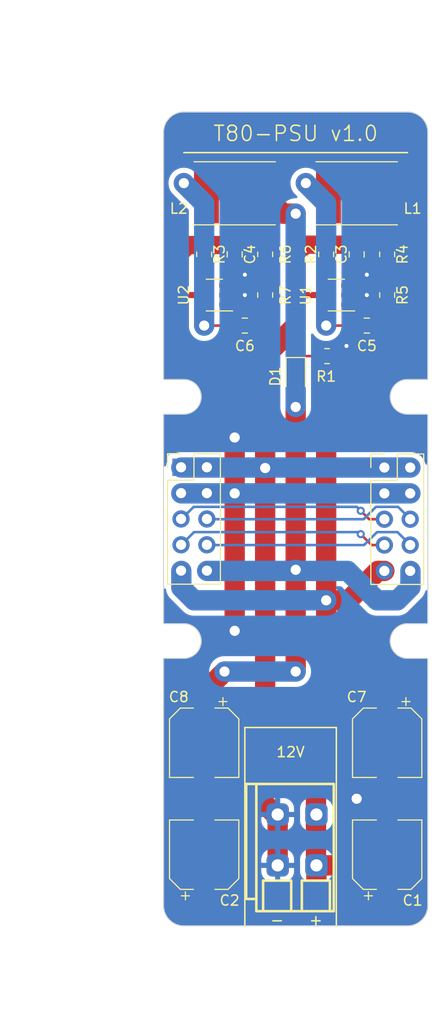
<source format=kicad_pcb>
(kicad_pcb (version 20220914) (generator pcbnew)
  (layers (0 "F.Cu" signal) (31 "B.Cu" signal) (34 "B.Paste" user) (35 "F.Paste" user) (36 "B.SilkS" user "B.Silkscreen") (37 "F.SilkS" user "F.Silkscreen") (38 "B.Mask" user) (39 "F.Mask" user) (44 "Edge.Cuts" user))
  (net 0 "")
  (net 1 "/SCL")
  (net 2 "/SDA")
  (net 3 "/RST")
  (net 4 "/IRQ")
  (net 5 "/PWR_LINE_12V")
  (net 6 "/PWR_LINE_GND")
  (net 7 "/PWR_LINE_5V")
  (net 8 "/PWR_LINE_3V3")
  (net 9 "+12V")
  (net 10 "+5V")
  (net 11 "+3V3")
  (net 12 "GND")
  (net 13 "Net-(U1-BST)")
  (net 14 "Net-(U1-LX)")
  (net 15 "Net-(U2-BST)")
  (net 16 "Net-(U2-LX)")
  (net 17 "Net-(D1-K)")
  (net 18 "Net-(U1-SHDN)")
  (net 19 "Net-(U2-SHDN)")
  (net 20 "Net-(U1-FB)")
  (net 21 "Net-(U2-FB)")
  (footprint "Capacitor_SMD:C_0805_2012Metric" (layer "F.Cu") (at 92 74 90)
    (fp_text reference "C4" (at 0 1.5 90) (layer "F.SilkS"))
    (fp_text value "100n")
    (fp_line (start -0.261252 -0.735) (end 0.261252 -0.735) (stroke (width 0.12)) (layer "F.SilkS"))
    (fp_line (start -0.261252 0.735) (end 0.261252 0.735) (stroke (width 0.12)) (layer "F.SilkS"))
    (pad "1" smd roundrect (at -0.95 0 90) (size 1 1.45) (layers "F.Cu" "F.Paste" "F.Mask") (net 12 "GND"))
    (pad "2" smd roundrect (at 0.95 0 90) (size 1 1.45) (layers "F.Cu" "F.Paste" "F.Mask") (net 9 "+12V"))
  )
  (footprint "Drake:CKCS6028" (layer "F.Cu") (at 104 68)
    (fp_text reference "L1" (at 5.5 1.5) (layer "F.SilkS"))
    (fp_text value "6.8uH")
    (fp_line (start -4 -3.1) (end 4 -3.1) (stroke (width 0.12)) (layer "F.SilkS"))
    (fp_line (start -4 3.1) (end 4 3.1) (stroke (width 0.12)) (layer "F.SilkS"))
    (pad "1" smd rect (at -2.775 0) (size 2.45 5.9) (layers "F.Cu" "F.Paste" "F.Mask") (net 14 "Net-(U1-LX)"))
    (pad "2" smd rect (at 2.775 0) (size 2.45 5.9) (layers "F.Cu" "F.Paste" "F.Mask") (net 10 "+5V"))
  )
  (footprint "Connector_PinHeader_2.54mm:PinHeader_2x05_P2.54mm_Vertical" (layer "F.Cu") (at 106.725 94.95)
    (fp_text reference "X2" hide)
    (fp_text value "~")
    (fp_line (start -1.33 -1.33) (end 0 -1.33) (stroke (width 0.12)) (layer "F.SilkS"))
    (fp_line (start -1.33 0) (end -1.33 -1.33) (stroke (width 0.12)) (layer "F.SilkS"))
    (fp_line (start -1.33 1.27) (end -1.33 11.49) (stroke (width 0.12)) (layer "F.SilkS"))
    (fp_line (start -1.33 1.27) (end 1.27 1.27) (stroke (width 0.12)) (layer "F.SilkS"))
    (fp_line (start -1.33 11.49) (end 3.87 11.49) (stroke (width 0.12)) (layer "F.SilkS"))
    (fp_line (start 1.27 -1.33) (end 3.87 -1.33) (stroke (width 0.12)) (layer "F.SilkS"))
    (fp_line (start 1.27 1.27) (end 1.27 -1.33) (stroke (width 0.12)) (layer "F.SilkS"))
    (fp_line (start 3.87 -1.33) (end 3.87 11.49) (stroke (width 0.12)) (layer "F.SilkS"))
    (pad "1" thru_hole rect locked (at 0 0) (size 1.7 1.7) (drill 1) (layers *.Cu *.Mask) (net 5 "/PWR_LINE_12V"))
    (pad "2" thru_hole oval locked (at 2.54 0) (size 1.7 1.7) (drill 1) (layers *.Cu *.Mask) (net 5 "/PWR_LINE_12V"))
    (pad "3" thru_hole oval locked (at 0 2.54) (size 1.7 1.7) (drill 1) (layers *.Cu *.Mask) (net 6 "/PWR_LINE_GND"))
    (pad "4" thru_hole oval locked (at 2.54 2.54) (size 1.7 1.7) (drill 1) (layers *.Cu *.Mask) (net 6 "/PWR_LINE_GND"))
    (pad "5" thru_hole oval locked (at 0 5.08) (size 1.7 1.7) (drill 1) (layers *.Cu *.Mask) (net 1 "/SCL"))
    (pad "6" thru_hole oval locked (at 2.54 5.08) (size 1.7 1.7) (drill 1) (layers *.Cu *.Mask) (net 2 "/SDA"))
    (pad "7" thru_hole oval locked (at 0 7.62) (size 1.7 1.7) (drill 1) (layers *.Cu *.Mask) (net 3 "/RST"))
    (pad "8" thru_hole oval locked (at 2.54 7.62) (size 1.7 1.7) (drill 1) (layers *.Cu *.Mask) (net 4 "/IRQ"))
    (pad "9" thru_hole oval locked (at 0 10.16) (size 1.7 1.7) (drill 1) (layers *.Cu *.Mask) (net 7 "/PWR_LINE_5V"))
    (pad "10" thru_hole oval locked (at 2.54 10.16) (size 1.7 1.7) (drill 1) (layers *.Cu *.Mask) (net 8 "/PWR_LINE_3V3"))
  )
  (footprint "Resistor_SMD:R_0805_2012Metric" (layer "F.Cu") (at 107 74 90)
    (fp_text reference "R4" (at 0 1.5 90) (layer "F.SilkS"))
    (fp_text value "30.9k 1%")
    (fp_line (start -0.227064 -0.735) (end 0.227064 -0.735) (stroke (width 0.12)) (layer "F.SilkS"))
    (fp_line (start -0.227064 0.735) (end 0.227064 0.735) (stroke (width 0.12)) (layer "F.SilkS"))
    (pad "1" smd roundrect (at -0.9125 0 90) (size 1.025 1.4) (layers "F.Cu" "F.Paste" "F.Mask") (roundrect_rratio 0.243902) (net 20 "Net-(U1-FB)"))
    (pad "2" smd roundrect (at 0.9125 0 90) (size 1.025 1.4) (layers "F.Cu" "F.Paste" "F.Mask") (roundrect_rratio 0.243902) (net 10 "+5V"))
  )
  (footprint "Connector_PinHeader_2.54mm:PinHeader_2x05_P2.54mm_Vertical" (layer "F.Cu") (at 86.725 94.925)
    (fp_text reference "X1" hide)
    (fp_text value "~")
    (fp_line (start -1.33 -1.33) (end 0 -1.33) (stroke (width 0.12)) (layer "F.SilkS"))
    (fp_line (start -1.33 0) (end -1.33 -1.33) (stroke (width 0.12)) (layer "F.SilkS"))
    (fp_line (start -1.33 1.27) (end -1.33 11.49) (stroke (width 0.12)) (layer "F.SilkS"))
    (fp_line (start -1.33 1.27) (end 1.27 1.27) (stroke (width 0.12)) (layer "F.SilkS"))
    (fp_line (start -1.33 11.49) (end 3.87 11.49) (stroke (width 0.12)) (layer "F.SilkS"))
    (fp_line (start 1.27 -1.33) (end 3.87 -1.33) (stroke (width 0.12)) (layer "F.SilkS"))
    (fp_line (start 1.27 1.27) (end 1.27 -1.33) (stroke (width 0.12)) (layer "F.SilkS"))
    (fp_line (start 3.87 -1.33) (end 3.87 11.49) (stroke (width 0.12)) (layer "F.SilkS"))
    (pad "1" thru_hole rect locked (at 0 0) (size 1.7 1.7) (drill 1) (layers *.Cu *.Mask) (net 5 "/PWR_LINE_12V"))
    (pad "2" thru_hole oval locked (at 2.54 0) (size 1.7 1.7) (drill 1) (layers *.Cu *.Mask) (net 5 "/PWR_LINE_12V"))
    (pad "3" thru_hole oval locked (at 0 2.54) (size 1.7 1.7) (drill 1) (layers *.Cu *.Mask) (net 6 "/PWR_LINE_GND"))
    (pad "4" thru_hole oval locked (at 2.54 2.54) (size 1.7 1.7) (drill 1) (layers *.Cu *.Mask) (net 6 "/PWR_LINE_GND"))
    (pad "5" thru_hole oval locked (at 0 5.08) (size 1.7 1.7) (drill 1) (layers *.Cu *.Mask) (net 1 "/SCL"))
    (pad "6" thru_hole oval locked (at 2.54 5.08) (size 1.7 1.7) (drill 1) (layers *.Cu *.Mask) (net 2 "/SDA"))
    (pad "7" thru_hole oval locked (at 0 7.62) (size 1.7 1.7) (drill 1) (layers *.Cu *.Mask) (net 3 "/RST"))
    (pad "8" thru_hole oval locked (at 2.54 7.62) (size 1.7 1.7) (drill 1) (layers *.Cu *.Mask) (net 4 "/IRQ"))
    (pad "9" thru_hole oval locked (at 0 10.16) (size 1.7 1.7) (drill 1) (layers *.Cu *.Mask) (net 7 "/PWR_LINE_5V"))
    (pad "10" thru_hole oval locked (at 2.54 10.16) (size 1.7 1.7) (drill 1) (layers *.Cu *.Mask) (net 8 "/PWR_LINE_3V3"))
  )
  (footprint "Capacitor_SMD:C_0805_2012Metric" (layer "F.Cu") (at 93 81 180)
    (fp_text reference "C6" (at 0 -2) (layer "F.SilkS"))
    (fp_text value "100n")
    (fp_line (start -0.261252 -0.735) (end 0.261252 -0.735) (stroke (width 0.12)) (layer "F.SilkS"))
    (fp_line (start -0.261252 0.735) (end 0.261252 0.735) (stroke (width 0.12)) (layer "F.SilkS"))
    (pad "1" smd roundrect (at -0.95 0 180) (size 1 1.45) (layers "F.Cu" "F.Paste" "F.Mask") (net 15 "Net-(U2-BST)"))
    (pad "2" smd roundrect (at 0.95 0 180) (size 1 1.45) (layers "F.Cu" "F.Paste" "F.Mask") (net 16 "Net-(U2-LX)"))
  )
  (footprint "Resistor_SMD:R_0805_2012Metric" (layer "F.Cu") (at 89 74 90)
    (fp_text reference "R3" (at 0 1.5 90) (layer "F.SilkS"))
    (fp_text value "100k")
    (fp_line (start -0.227064 -0.735) (end 0.227064 -0.735) (stroke (width 0.12)) (layer "F.SilkS"))
    (fp_line (start -0.227064 0.735) (end 0.227064 0.735) (stroke (width 0.12)) (layer "F.SilkS"))
    (pad "1" smd roundrect (at -0.9125 0 90) (size 1.025 1.4) (layers "F.Cu" "F.Paste" "F.Mask") (roundrect_rratio 0.243902) (net 19 "Net-(U2-SHDN)"))
    (pad "2" smd roundrect (at 0.9125 0 90) (size 1.025 1.4) (layers "F.Cu" "F.Paste" "F.Mask") (roundrect_rratio 0.243902) (net 9 "+12V"))
  )
  (footprint "Resistor_SMD:R_0805_2012Metric" (layer "F.Cu") (at 95 78 90)
    (fp_text reference "R7" (at 0 2 90) (layer "F.SilkS"))
    (fp_text value "6.65k 1%")
    (fp_line (start -0.227064 -0.735) (end 0.227064 -0.735) (stroke (width 0.12)) (layer "F.SilkS"))
    (fp_line (start -0.227064 0.735) (end 0.227064 0.735) (stroke (width 0.12)) (layer "F.SilkS"))
    (pad "1" smd roundrect (at -0.9125 0 90) (size 1.025 1.4) (layers "F.Cu" "F.Paste" "F.Mask") (roundrect_rratio 0.243902) (net 12 "GND"))
    (pad "2" smd roundrect (at 0.9125 0 90) (size 1.025 1.4) (layers "F.Cu" "F.Paste" "F.Mask") (roundrect_rratio 0.243902) (net 21 "Net-(U2-FB)"))
  )
  (footprint "Resistor_SMD:R_0805_2012Metric" (layer "F.Cu") (at 101.0875 84)
    (fp_text reference "R1" (at -0.0875 2) (layer "F.SilkS"))
    (fp_text value "1k5")
    (fp_line (start -0.227064 -0.735) (end 0.227064 -0.735) (stroke (width 0.12)) (layer "F.SilkS"))
    (fp_line (start -0.227064 0.735) (end 0.227064 0.735) (stroke (width 0.12)) (layer "F.SilkS"))
    (pad "1" smd roundrect (at -0.9125 0) (size 1.025 1.4) (layers "F.Cu" "F.Paste" "F.Mask") (roundrect_rratio 0.243902) (net 17 "Net-(D1-K)"))
    (pad "2" smd roundrect (at 0.9125 0) (size 1.025 1.4) (layers "F.Cu" "F.Paste" "F.Mask") (roundrect_rratio 0.243902) (net 12 "GND"))
  )
  (footprint "t80:NetTie-2mm-T80" (layer "F.Cu") (at 98 105 90)
    (fp_text reference "NT3" hide)
    (fp_text value "NetTie_2")
    (pad "1" smd circle (at 0 0 90) (size 2 2) (layers "F.Cu") (net 8 "/PWR_LINE_3V3"))
    (pad "2" smd circle (at 0 0 90) (size 2 2) (layers "F.Cu") (net 11 "+3V3"))
  )
  (footprint "Drake:CKCS6028" (layer "F.Cu") (at 92 68)
    (fp_text reference "L2" (at -5.5 1.5) (layer "F.SilkS"))
    (fp_text value "6.8uH")
    (fp_line (start -4 -3.1) (end 4 -3.1) (stroke (width 0.12)) (layer "F.SilkS"))
    (fp_line (start -4 3.1) (end 4 3.1) (stroke (width 0.12)) (layer "F.SilkS"))
    (pad "1" smd rect (at -2.775 0) (size 2.45 5.9) (layers "F.Cu" "F.Paste" "F.Mask") (net 16 "Net-(U2-LX)"))
    (pad "2" smd rect (at 2.775 0) (size 2.45 5.9) (layers "F.Cu" "F.Paste" "F.Mask") (net 11 "+3V3"))
  )
  (footprint "Capacitor_SMD:C_0805_2012Metric" (layer "F.Cu") (at 105 81 180)
    (fp_text reference "C5" (at 0 -2) (layer "F.SilkS"))
    (fp_text value "100n")
    (fp_line (start -0.261252 -0.735) (end 0.261252 -0.735) (stroke (width 0.12)) (layer "F.SilkS"))
    (fp_line (start -0.261252 0.735) (end 0.261252 0.735) (stroke (width 0.12)) (layer "F.SilkS"))
    (pad "1" smd roundrect (at -0.95 0 180) (size 1 1.45) (layers "F.Cu" "F.Paste" "F.Mask") (net 13 "Net-(U1-BST)"))
    (pad "2" smd roundrect (at 0.95 0 180) (size 1 1.45) (layers "F.Cu" "F.Paste" "F.Mask") (net 14 "Net-(U1-LX)"))
  )
  (footprint "t80:NetTie-2mm-T80" (layer "F.Cu") (at 95 95 90)
    (fp_text reference "NT1" hide)
    (fp_text value "NetTie_2")
    (pad "1" smd circle (at 0 0 90) (size 2 2) (layers "F.Cu") (net 5 "/PWR_LINE_12V"))
    (pad "2" smd circle (at 0 0 90) (size 2 2) (layers "F.Cu") (net 9 "+12V"))
  )
  (footprint "Capacitor_SMD:C_0805_2012Metric" (layer "F.Cu") (at 104 74 90)
    (fp_text reference "C3" (at 0 -1.5 90) (layer "F.SilkS"))
    (fp_text value "100n")
    (fp_line (start -0.261252 -0.735) (end 0.261252 -0.735) (stroke (width 0.12)) (layer "F.SilkS"))
    (fp_line (start -0.261252 0.735) (end 0.261252 0.735) (stroke (width 0.12)) (layer "F.SilkS"))
    (pad "1" smd roundrect (at -0.95 0 90) (size 1 1.45) (layers "F.Cu" "F.Paste" "F.Mask") (net 12 "GND"))
    (pad "2" smd roundrect (at 0.95 0 90) (size 1 1.45) (layers "F.Cu" "F.Paste" "F.Mask") (net 9 "+12V"))
  )
  (footprint "t80:NetTie-2mm-T80" (layer "F.Cu") (at 92 97.5 90)
    (fp_text reference "NT4" hide)
    (fp_text value "NetTie_2")
    (pad "1" smd circle (at 0 0 90) (size 2 2) (layers "F.Cu") (net 6 "/PWR_LINE_GND"))
    (pad "2" smd circle (at 0 0 90) (size 2 2) (layers "F.Cu") (net 12 "GND"))
  )
  (footprint "Resistor_SMD:R_0805_2012Metric" (layer "F.Cu") (at 101 74 90)
    (fp_text reference "R2" (at 0 -1.5 90) (layer "F.SilkS"))
    (fp_text value "100k")
    (fp_line (start -0.227064 -0.735) (end 0.227064 -0.735) (stroke (width 0.12)) (layer "F.SilkS"))
    (fp_line (start -0.227064 0.735) (end 0.227064 0.735) (stroke (width 0.12)) (layer "F.SilkS"))
    (pad "1" smd roundrect (at -0.9125 0 90) (size 1.025 1.4) (layers "F.Cu" "F.Paste" "F.Mask") (roundrect_rratio 0.243902) (net 18 "Net-(U1-SHDN)"))
    (pad "2" smd roundrect (at 0.9125 0 90) (size 1.025 1.4) (layers "F.Cu" "F.Paste" "F.Mask") (roundrect_rratio 0.243902) (net 9 "+12V"))
  )
  (footprint "Resistor_SMD:R_0805_2012Metric" (layer "F.Cu") (at 95 74 90)
    (fp_text reference "R6" (at 0 2 90) (layer "F.SilkS"))
    (fp_text value "30k 1%")
    (fp_line (start -0.227064 -0.735) (end 0.227064 -0.735) (stroke (width 0.12)) (layer "F.SilkS"))
    (fp_line (start -0.227064 0.735) (end 0.227064 0.735) (stroke (width 0.12)) (layer "F.SilkS"))
    (pad "1" smd roundrect (at -0.9125 0 90) (size 1.025 1.4) (layers "F.Cu" "F.Paste" "F.Mask") (roundrect_rratio 0.243902) (net 21 "Net-(U2-FB)"))
    (pad "2" smd roundrect (at 0.9125 0 90) (size 1.025 1.4) (layers "F.Cu" "F.Paste" "F.Mask") (roundrect_rratio 0.243902) (net 11 "+3V3"))
  )
  (footprint "Package_TO_SOT_SMD:SOT-23-6" (layer "F.Cu") (at 90 78 180)
    (fp_text reference "U2" (at 3 0 90) (layer "F.SilkS"))
    (fp_text value "FR8205")
    (fp_line (start 0 -1.56) (end -1.8 -1.56) (stroke (width 0.12)) (layer "F.SilkS"))
    (fp_line (start 0 -1.56) (end 0.8 -1.56) (stroke (width 0.12)) (layer "F.SilkS"))
    (fp_line (start 0 1.56) (end -0.8 1.56) (stroke (width 0.12)) (layer "F.SilkS"))
    (fp_line (start 0 1.56) (end 0.8 1.56) (stroke (width 0.12)) (layer "F.SilkS"))
    (pad "1" smd roundrect (at -1.1375 -0.95 180) (size 1.325 0.6) (layers "F.Cu" "F.Paste" "F.Mask") (net 15 "Net-(U2-BST)"))
    (pad "2" smd roundrect (at -1.1375 0 180) (size 1.325 0.6) (layers "F.Cu" "F.Paste" "F.Mask") (net 12 "GND"))
    (pad "3" smd roundrect (at -1.1375 0.95 180) (size 1.325 0.6) (layers "F.Cu" "F.Paste" "F.Mask") (net 21 "Net-(U2-FB)"))
    (pad "4" smd roundrect (at 1.1375 0.95 180) (size 1.325 0.6) (layers "F.Cu" "F.Paste" "F.Mask") (net 19 "Net-(U2-SHDN)"))
    (pad "5" smd roundrect (at 1.1375 0 180) (size 1.325 0.6) (layers "F.Cu" "F.Paste" "F.Mask") (net 9 "+12V"))
    (pad "6" smd roundrect (at 1.1375 -0.95 180) (size 1.325 0.6) (layers "F.Cu" "F.Paste" "F.Mask") (net 16 "Net-(U2-LX)"))
  )
  (footprint "Capacitor_SMD:CP_Elec_6.3x5.4" (layer "F.Cu") (at 89 133 90)
    (fp_text reference "C2" (at -4.5 2.5 180) (layer "F.SilkS"))
    (fp_text value "100u/12V")
    (fp_line (start -4.4375 -1.8475) (end -3.65 -1.8475) (stroke (width 0.12)) (layer "F.SilkS"))
    (fp_line (start -4.04375 -2.24125) (end -4.04375 -1.45375) (stroke (width 0.12)) (layer "F.SilkS"))
    (fp_line (start -3.41 -2.345563) (end -3.41 -1.06) (stroke (width 0.12)) (layer "F.SilkS"))
    (fp_line (start -3.41 -2.345563) (end -2.345563 -3.41) (stroke (width 0.12)) (layer "F.SilkS"))
    (fp_line (start -3.41 2.345563) (end -3.41 1.06) (stroke (width 0.12)) (layer "F.SilkS"))
    (fp_line (start -3.41 2.345563) (end -2.345563 3.41) (stroke (width 0.12)) (layer "F.SilkS"))
    (fp_line (start -2.345563 -3.41) (end 3.41 -3.41) (stroke (width 0.12)) (layer "F.SilkS"))
    (fp_line (start -2.345563 3.41) (end 3.41 3.41) (stroke (width 0.12)) (layer "F.SilkS"))
    (fp_line (start 3.41 -3.41) (end 3.41 -1.06) (stroke (width 0.12)) (layer "F.SilkS"))
    (fp_line (start 3.41 3.41) (end 3.41 1.06) (stroke (width 0.12)) (layer "F.SilkS"))
    (pad "1" smd roundrect (at -2.8 0 90) (size 3.5 1.6) (layers "F.Cu" "F.Paste" "F.Mask") (roundrect_rratio 0.15625) (net 9 "+12V"))
    (pad "2" smd roundrect (at 2.8 0 90) (size 3.5 1.6) (layers "F.Cu" "F.Paste" "F.Mask") (roundrect_rratio 0.15625) (net 12 "GND"))
  )
  (footprint "Drake:DG235-3.81-02P" (layer "F.Cu") (at 96.23 129.049999)
    (fp_text reference "J1" hide)
    (fp_text value "Conn_01x02_Female")
    (fp_line (start -3.1 -3) (end -3.099999 8.301751) (stroke (width 0.254)) (layer "F.SilkS"))
    (fp_line (start -3.1 -3) (end -2.1 -3) (stroke (width 0.254)) (layer "F.SilkS"))
    (fp_line (start -3.099999 8.301751) (end -2.1 8.301751) (stroke (width 0.254)) (layer "F.SilkS"))
    (fp_line (start -2.1 -3) (end -2.1 8.301751) (stroke (width 0.254)) (layer "F.SilkS"))
    (fp_line (start -2.1 -3) (end -2.1 9.5) (stroke (width 0.254)) (layer "F.SilkS"))
    (fp_line (start -2.1 -3) (end 5.52 -3) (stroke (width 0.254)) (layer "F.SilkS"))
    (fp_line (start -2.1 9.5) (end 5.52 9.499999) (stroke (width 0.254)) (layer "F.SilkS"))
    (fp_line (start -1.432999 9.5) (end -1.432999 6.5) (stroke (width 0.254)) (layer "F.SilkS"))
    (fp_line (start 1.329 6.5) (end -1.432999 6.5) (stroke (width 0.254)) (layer "F.SilkS"))
    (fp_line (start 1.329 9.5) (end 1.329 6.5) (stroke (width 0.254)) (layer "F.SilkS"))
    (fp_line (start 2.377 9.5) (end 2.377 6.5) (stroke (width 0.254)) (layer "F.SilkS"))
    (fp_line (start 5.139 6.5) (end 2.377 6.5) (stroke (width 0.254)) (layer "F.SilkS"))
    (fp_line (start 5.139 9.5) (end 5.139 6.5) (stroke (width 0.254)) (layer "F.SilkS"))
    (fp_line (start 5.52 -3) (end 5.52 9.499999) (stroke (width 0.254)) (layer "F.SilkS"))
    (pad "1" thru_hole roundrect locked (at 0 0) (size 2.2 2.2) (drill 1.2) (layers *.Cu *.Mask) (net 12 "GND"))
    (pad "1" thru_hole roundrect locked (at 0 5) (size 2.2 2.2) (drill 1.2) (layers *.Cu *.Mask) (net 12 "GND"))
    (pad "2" thru_hole roundrect locked (at 3.81 0) (size 2.2 2.2) (drill 1.2) (layers *.Cu *.Mask) (net 9 "+12V"))
    (pad "2" thru_hole roundrect locked (at 3.81 5) (size 2.2 2.2) (drill 1.2) (layers *.Cu *.Mask) (net 9 "+12V"))
  )
  (footprint "Resistor_SMD:R_0805_2012Metric" (layer "F.Cu") (at 107 78 90)
    (fp_text reference "R5" (at 0 1.5 90) (layer "F.SilkS"))
    (fp_text value "4.22k 1%")
    (fp_line (start -0.227064 -0.735) (end 0.227064 -0.735) (stroke (width 0.12)) (layer "F.SilkS"))
    (fp_line (start -0.227064 0.735) (end 0.227064 0.735) (stroke (width 0.12)) (layer "F.SilkS"))
    (pad "1" smd roundrect (at -0.9125 0 90) (size 1.025 1.4) (layers "F.Cu" "F.Paste" "F.Mask") (roundrect_rratio 0.243902) (net 12 "GND"))
    (pad "2" smd roundrect (at 0.9125 0 90) (size 1.025 1.4) (layers "F.Cu" "F.Paste" "F.Mask") (roundrect_rratio 0.243902) (net 20 "Net-(U1-FB)"))
  )
  (footprint "Package_TO_SOT_SMD:SOT-23-6" (layer "F.Cu") (at 102 78 180)
    (fp_text reference "U1" (at 3 0 90) (layer "F.SilkS"))
    (fp_text value "FR8205")
    (fp_line (start 0 -1.56) (end -1.8 -1.56) (stroke (width 0.12)) (layer "F.SilkS"))
    (fp_line (start 0 -1.56) (end 0.8 -1.56) (stroke (width 0.12)) (layer "F.SilkS"))
    (fp_line (start 0 1.56) (end -0.8 1.56) (stroke (width 0.12)) (layer "F.SilkS"))
    (fp_line (start 0 1.56) (end 0.8 1.56) (stroke (width 0.12)) (layer "F.SilkS"))
    (pad "1" smd roundrect (at -1.1375 -0.95 180) (size 1.325 0.6) (layers "F.Cu" "F.Paste" "F.Mask") (net 13 "Net-(U1-BST)"))
    (pad "2" smd roundrect (at -1.1375 0 180) (size 1.325 0.6) (layers "F.Cu" "F.Paste" "F.Mask") (net 12 "GND"))
    (pad "3" smd roundrect (at -1.1375 0.95 180) (size 1.325 0.6) (layers "F.Cu" "F.Paste" "F.Mask") (net 20 "Net-(U1-FB)"))
    (pad "4" smd roundrect (at 1.1375 0.95 180) (size 1.325 0.6) (layers "F.Cu" "F.Paste" "F.Mask") (net 18 "Net-(U1-SHDN)"))
    (pad "5" smd roundrect (at 1.1375 0 180) (size 1.325 0.6) (layers "F.Cu" "F.Paste" "F.Mask") (net 9 "+12V"))
    (pad "6" smd roundrect (at 1.1375 -0.95 180) (size 1.325 0.6) (layers "F.Cu" "F.Paste" "F.Mask") (net 14 "Net-(U1-LX)"))
  )
  (footprint "Capacitor_SMD:CP_Elec_6.3x5.4" (layer "F.Cu") (at 107 122 -90)
    (fp_text reference "C7" (at -4.5 3 -180) (layer "F.SilkS"))
    (fp_text value "100u/12V")
    (fp_line (start -4.4375 -1.8475) (end -3.65 -1.8475) (stroke (width 0.12)) (layer "F.SilkS"))
    (fp_line (start -4.04375 -2.24125) (end -4.04375 -1.45375) (stroke (width 0.12)) (layer "F.SilkS"))
    (fp_line (start -3.41 -2.345563) (end -3.41 -1.06) (stroke (width 0.12)) (layer "F.SilkS"))
    (fp_line (start -3.41 -2.345563) (end -2.345563 -3.41) (stroke (width 0.12)) (layer "F.SilkS"))
    (fp_line (start -3.41 2.345563) (end -3.41 1.06) (stroke (width 0.12)) (layer "F.SilkS"))
    (fp_line (start -3.41 2.345563) (end -2.345563 3.41) (stroke (width 0.12)) (layer "F.SilkS"))
    (fp_line (start -2.345563 -3.41) (end 3.41 -3.41) (stroke (width 0.12)) (layer "F.SilkS"))
    (fp_line (start -2.345563 3.41) (end 3.41 3.41) (stroke (width 0.12)) (layer "F.SilkS"))
    (fp_line (start 3.41 -3.41) (end 3.41 -1.06) (stroke (width 0.12)) (layer "F.SilkS"))
    (fp_line (start 3.41 3.41) (end 3.41 1.06) (stroke (width 0.12)) (layer "F.SilkS"))
    (pad "1" smd roundrect (at -2.8 0 270) (size 3.5 1.6) (layers "F.Cu" "F.Paste" "F.Mask") (roundrect_rratio 0.15625) (net 10 "+5V"))
    (pad "2" smd roundrect (at 2.8 0 270) (size 3.5 1.6) (layers "F.Cu" "F.Paste" "F.Mask") (roundrect_rratio 0.15625) (net 12 "GND"))
  )
  (footprint "Capacitor_SMD:CP_Elec_6.3x5.4" (layer "F.Cu") (at 89 122 -90)
    (fp_text reference "C8" (at -4.5 2.5 -180) (layer "F.SilkS"))
    (fp_text value "100u/12V")
    (fp_line (start -4.4375 -1.8475) (end -3.65 -1.8475) (stroke (width 0.12)) (layer "F.SilkS"))
    (fp_line (start -4.04375 -2.24125) (end -4.04375 -1.45375) (stroke (width 0.12)) (layer "F.SilkS"))
    (fp_line (start -3.41 -2.345563) (end -3.41 -1.06) (stroke (width 0.12)) (layer "F.SilkS"))
    (fp_line (start -3.41 -2.345563) (end -2.345563 -3.41) (stroke (width 0.12)) (layer "F.SilkS"))
    (fp_line (start -3.41 2.345563) (end -3.41 1.06) (stroke (width 0.12)) (layer "F.SilkS"))
    (fp_line (start -3.41 2.345563) (end -2.345563 3.41) (stroke (width 0.12)) (layer "F.SilkS"))
    (fp_line (start -2.345563 -3.41) (end 3.41 -3.41) (stroke (width 0.12)) (layer "F.SilkS"))
    (fp_line (start -2.345563 3.41) (end 3.41 3.41) (stroke (width 0.12)) (layer "F.SilkS"))
    (fp_line (start 3.41 -3.41) (end 3.41 -1.06) (stroke (width 0.12)) (layer "F.SilkS"))
    (fp_line (start 3.41 3.41) (end 3.41 1.06) (stroke (width 0.12)) (layer "F.SilkS"))
    (pad "1" smd roundrect (at -2.8 0 270) (size 3.5 1.6) (layers "F.Cu" "F.Paste" "F.Mask") (roundrect_rratio 0.15625) (net 11 "+3V3"))
    (pad "2" smd roundrect (at 2.8 0 270) (size 3.5 1.6) (layers "F.Cu" "F.Paste" "F.Mask") (roundrect_rratio 0.15625) (net 12 "GND"))
  )
  (footprint "t80:NetTie-2mm-T80" (layer "F.Cu") (at 92 97.5 -90)
    (fp_text reference "NT5" hide)
    (fp_text value "NetTie_2")
    (pad "1" smd circle (at 0 0 270) (size 2 2) (layers "F.Cu") (net 6 "/PWR_LINE_GND"))
    (pad "2" smd circle (at 0 0 270) (size 2 2) (layers "F.Cu") (net 12 "GND"))
  )
  (footprint "t80:NetTie-2mm-T80" (layer "F.Cu") (at 101 108 90)
    (fp_text reference "NT2" hide)
    (fp_text value "NetTie_2")
    (pad "1" smd circle (at 0 0 90) (size 2 2) (layers "F.Cu") (net 7 "/PWR_LINE_5V"))
    (pad "2" smd circle (at 0 0 90) (size 2 2) (layers "F.Cu") (net 10 "+5V"))
  )
  (footprint "Capacitor_SMD:CP_Elec_6.3x5.4" (layer "F.Cu") (at 107 133 90)
    (fp_text reference "C1" (at -4.5 2.5 180) (layer "F.SilkS"))
    (fp_text value "100u/12V")
    (fp_line (start -4.4375 -1.8475) (end -3.65 -1.8475) (stroke (width 0.12)) (layer "F.SilkS"))
    (fp_line (start -4.04375 -2.24125) (end -4.04375 -1.45375) (stroke (width 0.12)) (layer "F.SilkS"))
    (fp_line (start -3.41 -2.345563) (end -3.41 -1.06) (stroke (width 0.12)) (layer "F.SilkS"))
    (fp_line (start -3.41 -2.345563) (end -2.345563 -3.41) (stroke (width 0.12)) (layer "F.SilkS"))
    (fp_line (start -3.41 2.345563) (end -3.41 1.06) (stroke (width 0.12)) (layer "F.SilkS"))
    (fp_line (start -3.41 2.345563) (end -2.345563 3.41) (stroke (width 0.12)) (layer "F.SilkS"))
    (fp_line (start -2.345563 -3.41) (end 3.41 -3.41) (stroke (width 0.12)) (layer "F.SilkS"))
    (fp_line (start -2.345563 3.41) (end 3.41 3.41) (stroke (width 0.12)) (layer "F.SilkS"))
    (fp_line (start 3.41 -3.41) (end 3.41 -1.06) (stroke (width 0.12)) (layer "F.SilkS"))
    (fp_line (start 3.41 3.41) (end 3.41 1.06) (stroke (width 0.12)) (layer "F.SilkS"))
    (pad "1" smd roundrect (at -2.8 0 90) (size 3.5 1.6) (layers "F.Cu" "F.Paste" "F.Mask") (roundrect_rratio 0.15625) (net 9 "+12V"))
    (pad "2" smd roundrect (at 2.8 0 90) (size 3.5 1.6) (layers "F.Cu" "F.Paste" "F.Mask") (roundrect_rratio 0.15625) (net 12 "GND"))
  )
  (footprint "LED_SMD:LED_0805_2012Metric_Pad1.15x1.40mm_HandSolder" (layer "F.Cu") (at 98 86 -90)
    (fp_text reference "D1" (at 0 2 -270) (layer "F.SilkS"))
    (fp_text value "WHITE")
    (fp_line (start -1.86 -0.96) (end -1.86 0.96) (stroke (width 0.12)) (layer "F.SilkS"))
    (fp_line (start -1.86 0.96) (end 1 0.96) (stroke (width 0.12)) (layer "F.SilkS"))
    (fp_line (start 1 -0.96) (end -1.86 -0.96) (stroke (width 0.12)) (layer "F.SilkS"))
    (pad "1" smd roundrect (at -1.025 0 270) (size 1.15 1.4) (layers "F.Cu" "F.Paste" "F.Mask") (roundrect_rratio 0.217391) (net 17 "Net-(D1-K)"))
    (pad "2" smd roundrect (at 1.025 0 270) (size 1.15 1.4) (layers "F.Cu" "F.Paste" "F.Mask") (roundrect_rratio 0.217391) (net 11 "+3V3"))
  )
  (gr_line (start 93 120.5) (end 93 140) (stroke (width 0.15)) (layer "F.SilkS"))
  (gr_line (start 99.988 139.911) (end 99.988 139.089) (stroke (width 0.15)) (layer "F.SilkS"))
  (gr_line (start 102 120.5) (end 102 140) (stroke (width 0.15)) (layer "F.SilkS"))
  (gr_line (start 99.577 139.5) (end 100.399 139.5) (stroke (width 0.15)) (layer "F.SilkS"))
  (gr_line locked (start 109 64) (end 87 64) (stroke (width 0.15)) (layer "F.SilkS"))
  (gr_line (start 93 120.5) (end 102 120.5) (stroke (width 0.15)) (layer "F.SilkS"))
  (gr_line (start 95.767 139.5) (end 96.589 139.5) (stroke (width 0.15)) (layer "F.SilkS"))
  (gr_line (start 87 86.3) (end 85 86.3) (stroke (width 0.1)) (layer "Edge.Cuts"))
  (gr_line (start 85 62) (end 85 86.3) (stroke (width 0.1)) (layer "Edge.Cuts"))
  (gr_line (start 109 86.3) (end 111 86.3) (stroke (width 0.1)) (layer "Edge.Cuts"))
  (gr_line (start 111 62) (end 111 86.3) (stroke (width 0.1)) (layer "Edge.Cuts"))
  (gr_line (start 109 110.3) (end 111 110.3) (stroke (width 0.1)) (layer "Edge.Cuts"))
  (gr_line (start 87 113.7) (end 85 113.7) (stroke (width 0.1)) (layer "Edge.Cuts"))
  (gr_line (start 111 113.7) (end 111 138) (stroke (width 0.1)) (layer "Edge.Cuts"))
  (gr_arc (start 109 60) (mid 110.414214 60.585786) (end 111 62) (stroke (width 0.1)) (layer "Edge.Cuts"))
  (gr_arc (start 85 62) (mid 85.585786 60.585786) (end 87 60) (stroke (width 0.1)) (layer "Edge.Cuts"))
  (gr_line (start 109 89.7) (end 111 89.7) (stroke (width 0.1)) (layer "Edge.Cuts"))
  (gr_line (start 111 89.7) (end 111 110.3) (stroke (width 0.1)) (layer "Edge.Cuts"))
  (gr_line (start 109 113.7) (end 111 113.7) (stroke (width 0.1)) (layer "Edge.Cuts"))
  (gr_line (start 87 110.3) (end 85 110.3) (stroke (width 0.1)) (layer "Edge.Cuts"))
  (gr_line (start 87 140) (end 109 140) (stroke (width 0.1)) (layer "Edge.Cuts"))
  (gr_arc (start 87 110.3) (mid 88.7 112) (end 87 113.7) (stroke (width 0.1)) (layer "Edge.Cuts"))
  (gr_arc (start 87 140) (mid 85.585786 139.414214) (end 85 138) (stroke (width 0.1)) (layer "Edge.Cuts"))
  (gr_arc (start 109 113.7) (mid 107.3 112) (end 109 110.3) (stroke (width 0.1)) (layer "Edge.Cuts"))
  (gr_line (start 85 113.7) (end 85 138) (stroke (width 0.1)) (layer "Edge.Cuts"))
  (gr_arc (start 109 89.7) (mid 107.3 88) (end 109 86.3) (stroke (width 0.1)) (layer "Edge.Cuts"))
  (gr_line (start 87 89.7) (end 85 89.7) (stroke (width 0.1)) (layer "Edge.Cuts"))
  (gr_arc (start 87 86.3) (mid 88.7 88) (end 87 89.7) (stroke (width 0.1)) (layer "Edge.Cuts"))
  (gr_line (start 85 89.7) (end 85 110.3) (stroke (width 0.1)) (layer "Edge.Cuts"))
  (gr_line (start 87 60) (end 109 60) (stroke (width 0.1)) (layer "Edge.Cuts"))
  (gr_arc (start 111 138) (mid 110.414214 139.414214) (end 109 140) (stroke (width 0.1)) (layer "Edge.Cuts"))
  (gr_text "12V" (at 97.5 123.5) (layer "F.SilkS") (effects (font (size 1 1)) (justify bottom)))
  (gr_text locked "T80-PSU v1.0" (at 98 63) (layer "F.SilkS") (effects (font (size 1.5 1.5)) (justify bottom)))
  (segment (start 105.23 100.03) (end 106.75 100.03) (width 0.25) (layer "F.Cu") (net 1))
  (segment (start 104.4 99.2) (end 105.23 100.03) (width 0.25) (layer "F.Cu") (net 1))
  (via (at 104.4 99.2) (size 0.8) (drill 0.4) (layers "F.Cu" "B.Cu") (net 1))
  (segment (start 104.015 98.815) (end 104.4 99.2) (width 0.25) (layer "B.Cu") (net 1))
  (segment (start 86.75 100.03) (end 87.965 98.815) (width 0.25) (layer "B.Cu") (net 1))
  (segment (start 104.015 98.815) (end 87.965 98.815) (width 0.25) (layer "B.Cu") (net 1))
  (segment (start 104.685 100.03) (end 105.9 98.815) (width 0.25) (layer "B.Cu") (net 2))
  (segment (start 108.075 98.815) (end 109.29 100.03) (width 0.25) (layer "B.Cu") (net 2))
  (segment (start 105.9 98.815) (end 108.075 98.815) (width 0.25) (layer "B.Cu") (net 2))
  (segment (start 104.685 100.03) (end 89.29 100.03) (width 0.25) (layer "B.Cu") (net 2))
  (segment (start 104.4 101.5) (end 105.47 102.57) (width 0.25) (layer "F.Cu") (net 3))
  (segment (start 105.47 102.57) (end 106.75 102.57) (width 0.25) (layer "F.Cu") (net 3))
  (via (at 104.4 101.5) (size 0.8) (drill 0.4) (layers "F.Cu" "B.Cu") (net 3))
  (segment (start 104.4 101.5) (end 104.2 101.3) (width 0.25) (layer "B.Cu") (net 3))
  (segment (start 88 101.3) (end 104.2 101.3) (width 0.25) (layer "B.Cu") (net 3))
  (segment (start 88 101.3) (end 86.75 102.55) (width 0.25) (layer "B.Cu") (net 3))
  (segment (start 106 101.3) (end 108.02 101.3) (width 0.25) (layer "B.Cu") (net 4))
  (segment (start 108.02 101.3) (end 109.29 102.57) (width 0.25) (layer "B.Cu") (net 4))
  (segment (start 104.73 102.57) (end 106 101.3) (width 0.25) (layer "B.Cu") (net 4))
  (segment (start 104.73 102.57) (end 89.29 102.57) (width 0.25) (layer "B.Cu") (net 4))
  (via (at 95 95) (size 2) (drill 1) (layers "F.Cu" "B.Cu") (net 5))
  (segment (start 109.29 94.95) (end 95.05 94.95) (width 2) (layer "B.Cu") (net 5))
  (segment (start 95.05 94.95) (end 86.75 94.95) (width 2) (layer "B.Cu") (net 5))
  (via (at 92 97.49) (size 2) (drill 1) (layers "F.Cu" "B.Cu") (net 6))
  (segment (start 106.75 97.49) (end 89.29 97.49) (width 2) (layer "B.Cu") (net 6))
  (segment (start 109.29 97.49) (end 106.75 97.49) (width 2) (layer "B.Cu") (net 6))
  (segment (start 89.29 97.49) (end 86.75 97.49) (width 2) (layer "B.Cu") (net 6))
  (segment (start 106.725 105.11) (end 106.09 105.11) (width 2) (layer "F.Cu") (net 7))
  (segment (start 103.2 108) (end 101 108) (width 2) (layer "F.Cu") (net 7))
  (segment (start 106.09 105.11) (end 103.2 108) (width 2) (layer "F.Cu") (net 7))
  (via (at 101 108) (size 2) (drill 1) (layers "F.Cu" "B.Cu") (net 7))
  (segment (start 88 108) (end 86.75 106.75) (width 2) (layer "B.Cu") (net 7))
  (segment (start 101 108) (end 88 108) (width 2) (layer "B.Cu") (net 7))
  (segment (start 86.75 106.75) (end 86.75 105.11) (width 2) (layer "B.Cu") (net 7))
  (via (at 98 105) (size 2) (drill 1) (layers "F.Cu" "B.Cu") (net 8))
  (segment (start 109.29 106.71) (end 109.29 105.11) (width 2) (layer "B.Cu") (net 8))
  (segment (start 106 108) (end 108 108) (width 2) (layer "B.Cu") (net 8))
  (segment (start 108 108) (end 109.29 106.71) (width 2) (layer "B.Cu") (net 8))
  (segment (start 89.29 105.11) (end 103.11 105.11) (width 2) (layer "B.Cu") (net 8))
  (segment (start 103.11 105.11) (end 106 108) (width 2) (layer "B.Cu") (net 8))
  (segment (start 100.04 135.96) (end 100.04 134.049999) (width 2) (layer "F.Cu") (net 9))
  (segment (start 98 78) (end 98 74) (width 2) (layer "F.Cu") (net 9))
  (segment (start 98.95 73.05) (end 98 74) (width 1.8) (layer "F.Cu") (net 9))
  (segment (start 98 78) (end 98 81) (width 2) (layer "F.Cu") (net 9))
  (segment (start 105.249999 134.049999) (end 100.19 134.049999) (width 2) (layer "F.Cu") (net 9))
  (segment (start 100.8625 78) (end 98 78) (width 0.6) (layer "F.Cu") (net 9))
  (segment (start 89 73.0875) (end 91.9625 73.0875) (width 1.8) (layer "F.Cu") (net 9))
  (segment (start 100 133.859999) (end 100 122) (width 2) (layer "F.Cu") (net 9))
  (segment (start 100.19 134.049999) (end 100 133.859999) (width 2) (layer "F.Cu") (net 9))
  (segment (start 88.8625 78) (end 87 78) (width 0.6) (layer "F.Cu") (net 9))
  (segment (start 95 84) (end 95 95) (width 2) (layer "F.Cu") (net 9))
  (segment (start 98 81) (end 95 84) (width 2) (layer "F.Cu") (net 9))
  (segment (start 104 73.05) (end 98.95 73.05) (width 1.8) (layer "F.Cu") (net 9))
  (segment (start 89 73.0875) (end 87.4125 73.0875) (width 1.8) (layer "F.Cu") (net 9))
  (segment (start 95 117) (end 95 95) (width 2) (layer "F.Cu") (net 9))
  (segment (start 86.5 74) (end 87.4125 73.0875) (width 1.8) (layer "F.Cu") (net 9))
  (segment (start 98 138) (end 100.04 135.96) (width 2) (layer "F.Cu") (net 9))
  (segment (start 91.8 135.8) (end 94 138) (width 2) (layer "F.Cu") (net 9))
  (segment (start 87 78) (end 86.5 77.5) (width 0.6) (layer "F.Cu") (net 9))
  (segment (start 89 135.8) (end 91.8 135.8) (width 2) (layer "F.Cu") (net 9))
  (segment (start 95 84) (end 88 84) (width 2) (layer "F.Cu") (net 9))
  (segment (start 86.5 82.5) (end 86.5 77.5) (width 2) (layer "F.Cu") (net 9))
  (segment (start 88 84) (end 86.5 82.5) (width 2) (layer "F.Cu") (net 9))
  (segment (start 86.5 74) (end 86.5 77.5) (width 2) (layer "F.Cu") (net 9))
  (segment (start 100 122) (end 95 117) (width 2) (layer "F.Cu") (net 9))
  (segment (start 107 135.8) (end 105.249999 134.049999) (width 2) (layer "F.Cu") (net 9))
  (segment (start 94 138) (end 98 138) (width 2) (layer "F.Cu") (net 9))
  (segment (start 109.5 70) (end 109.5 81.5) (width 2) (layer "F.Cu") (net 10))
  (segment (start 107 73.0875) (end 107 68.225) (width 0.25) (layer "F.Cu") (net 10))
  (segment (start 107 68.225) (end 106.775 68) (width 0.25) (layer "F.Cu") (net 10))
  (segment (start 106.775 68) (end 107.5 68) (width 2) (layer "F.Cu") (net 10))
  (segment (start 106 83) (end 101 88) (width 2) (layer "F.Cu") (net 10))
  (segment (start 101 88) (end 101 108) (width 2) (layer "F.Cu") (net 10))
  (segment (start 107 119.2) (end 107 119) (width 2) (layer "F.Cu") (net 10))
  (segment (start 101 113) (end 101 108) (width 2) (layer "F.Cu") (net 10))
  (segment (start 107.5 68) (end 109.5 70) (width 2) (layer "F.Cu") (net 10))
  (segment (start 107 119) (end 101 113) (width 2) (layer "F.Cu") (net 10))
  (segment (start 108 83) (end 106 83) (width 2) (layer "F.Cu") (net 10))
  (segment (start 109.5 81.5) (end 108 83) (width 2) (layer "F.Cu") (net 10))
  (segment (start 98 89) (end 98 105) (width 2) (layer "F.Cu") (net 11))
  (segment (start 98 87.025) (end 98 89) (width 0.25) (layer "F.Cu") (net 11))
  (segment (start 96.775 70) (end 94.775 68) (width 2) (layer "F.Cu") (net 11))
  (segment (start 95 73.0875) (end 95 68.225) (width 0.25) (layer "F.Cu") (net 11))
  (segment (start 91 115) (end 89 117) (width 2) (layer "F.Cu") (net 11))
  (segment (start 98 70) (end 96.775 70) (width 2) (layer "F.Cu") (net 11))
  (segment (start 98 115) (end 98 105) (width 2) (layer "F.Cu") (net 11))
  (segment (start 95 68.225) (end 94.775 68) (width 0.25) (layer "F.Cu") (net 11))
  (segment (start 89 117) (end 89 119) (width 2) (layer "F.Cu") (net 11))
  (via (at 98 70) (size 2) (drill 1) (layers "F.Cu" "B.Cu") (net 11))
  (via (at 98 89) (size 2) (drill 1) (layers "F.Cu" "B.Cu") (net 11))
  (via (at 98 115) (size 2) (drill 1) (layers "F.Cu" "B.Cu") (net 11))
  (via (at 91 115) (size 2) (drill 1) (layers "F.Cu" "B.Cu") (net 11))
  (segment (start 98 89) (end 98 70) (width 2) (layer "B.Cu") (net 11))
  (segment (start 91 115) (end 98 115) (width 2) (layer "B.Cu") (net 11))
  (segment (start 102 84) (end 103 83) (width 0.25) (layer "F.Cu") (net 12))
  (segment (start 92 110) (end 92 111) (width 2) (layer "F.Cu") (net 12))
  (segment (start 92 97.5) (end 92 93) (width 2) (layer "F.Cu") (net 12))
  (segment (start 93 78) (end 91.1375 78) (width 0.6) (layer "F.Cu") (net 12))
  (segment (start 92 93) (end 92 92) (width 2) (layer "F.Cu") (net 12))
  (segment (start 107 78.9125) (end 105.9125 78.9125) (width 0.25) (layer "F.Cu") (net 12))
  (segment (start 94.450001 127.5) (end 89 127.5) (width 2) (layer "F.Cu") (net 12))
  (segment (start 92 74.95) (end 92 75) (width 0.6) (layer "F.Cu") (net 12))
  (segment (start 103.1375 78) (end 105 78) (width 0.25) (layer "F.Cu") (net 12))
  (segment (start 107 124.8) (end 107 127.5) (width 2) (layer "F.Cu") (net 12))
  (segment (start 93.9125 78.9125) (end 93 78) (width 0.25) (layer "F.Cu") (net 12))
  (segment (start 105.9125 78.9125) (end 105 78) (width 0.25) (layer "F.Cu") (net 12))
  (segment (start 92 75) (end 93 76) (width 0.6) (layer "F.Cu") (net 12))
  (segment (start 95 78.9125) (end 93.9125 78.9125) (width 0.25) (layer "F.Cu") (net 12))
  (segment (start 89 127.5) (end 89 130.2) (width 2) (layer "F.Cu") (net 12))
  (segment (start 92 97.5) (end 92 110) (width 2) (layer "F.Cu") (net 12))
  (segment (start 107 127.5) (end 104 127.5) (width 2) (layer "F.Cu") (net 12))
  (segment (start 96.23 133.819999) (end 96.23 129.279999) (width 2) (layer "F.Cu") (net 12))
  (segment (start 96.23 129.279999) (end 94.450001 127.5) (width 2) (layer "F.Cu") (net 12))
  (segment (start 89 124.8) (end 89 127.5) (width 2) (layer "F.Cu") (net 12))
  (segment (start 107 127.5) (end 107 130.2) (width 2) (layer "F.Cu") (net 12))
  (segment (start 104 75) (end 105 76) (width 0.6) (layer "F.Cu") (net 12))
  (segment (start 104 74.95) (end 104 75) (width 0.25) (layer "F.Cu") (net 12))
  (via (at 105 78) (size 0.8) (drill 0.4) (layers "F.Cu" "B.Cu") (net 12))
  (via (at 92 111) (size 2) (drill 1) (layers "F.Cu" "B.Cu") (net 12))
  (via (at 103 83) (size 0.8) (drill 0.4) (layers "F.Cu" "B.Cu") (net 12))
  (via (at 92 92) (size 2) (drill 1) (layers "F.Cu" "B.Cu") (net 12))
  (via (at 104 127.5) (size 2) (drill 1) (layers "F.Cu" "B.Cu") (net 12))
  (via (at 93 76) (size 0.8) (drill 0.4) (layers "F.Cu" "B.Cu") (net 12))
  (via (at 93 78) (size 0.8) (drill 0.4) (layers "F.Cu" "B.Cu") (net 12))
  (via (at 105 76) (size 0.8) (drill 0.4) (layers "F.Cu" "B.Cu") (net 12))
  (segment (start 103.9 78.95) (end 105.95 81) (width 0.25) (layer "F.Cu") (net 13))
  (segment (start 103.1375 78.95) (end 103.9 78.95) (width 0.25) (layer "F.Cu") (net 13))
  (segment (start 104.05 81) (end 101 81) (width 0.25) (layer "F.Cu") (net 14))
  (segment (start 100.8625 80.8625) (end 101 81) (width 0.6) (layer "F.Cu") (net 14))
  (segment (start 100 68) (end 99 67) (width 2) (layer "F.Cu") (net 14))
  (segment (start 100.8625 78.95) (end 100.8625 80.8625) (width 0.6) (layer "F.Cu") (net 14))
  (segment (start 101.225 68) (end 100 68) (width 2) (layer "F.Cu") (net 14))
  (via (at 101 81) (size 2) (drill 1) (layers "F.Cu" "B.Cu") (net 14))
  (via (at 99 67) (size 2) (drill 1) (layers "F.Cu" "B.Cu") (net 14))
  (segment (start 99 67) (end 101 69) (width 2) (layer "B.Cu") (net 14))
  (segment (start 101 69) (end 101 81) (width 2) (layer "B.Cu") (net 14))
  (segment (start 91.1375 78.95) (end 91.9 78.95) (width 0.25) (layer "F.Cu") (net 15))
  (segment (start 91.9 78.95) (end 93.95 81) (width 0.25) (layer "F.Cu") (net 15))
  (segment (start 92.05 81) (end 89 81) (width 0.25) (layer "F.Cu") (net 16))
  (segment (start 87 67) (end 88 68) (width 2) (layer "F.Cu") (net 16))
  (segment (start 88.8625 80.8625) (end 89 81) (width 0.6) (layer "F.Cu") (net 16))
  (segment (start 88.8625 78.95) (end 88.8625 80.8625) (width 0.6) (layer "F.Cu") (net 16))
  (segment (start 88 68) (end 89.225 68) (width 2) (layer "F.Cu") (net 16))
  (via (at 89 81) (size 2) (drill 1) (layers "F.Cu" "B.Cu") (net 16))
  (via (at 87 67) (size 2) (drill 1) (layers "F.Cu" "B.Cu") (net 16))
  (segment (start 87 67) (end 89 69) (width 2) (layer "B.Cu") (net 16))
  (segment (start 89 69) (end 89 81) (width 2) (layer "B.Cu") (net 16))
  (segment (start 100.175 84) (end 98.975 84) (width 0.25) (layer "F.Cu") (net 17))
  (segment (start 98.975 84) (end 98 84.975) (width 0.25) (layer "F.Cu") (net 17))
  (segment (start 100.8625 77.05) (end 100.8625 75.05) (width 0.25) (layer "F.Cu") (net 18))
  (segment (start 100.8625 75.05) (end 101 74.9125) (width 0.25) (layer "F.Cu") (net 18))
  (segment (start 88.8625 75.05) (end 89 74.9125) (width 0.25) (layer "F.Cu") (net 19))
  (segment (start 88.8625 77.05) (end 88.8625 75.05) (width 0.25) (layer "F.Cu") (net 19))
  (segment (start 103.1375 77.05) (end 106.9625 77.05) (width 0.25) (layer "F.Cu") (net 20))
  (segment (start 107 74.9125) (end 107 77.0875) (width 0.25) (layer "F.Cu") (net 20))
  (segment (start 106.9625 77.05) (end 107 77.0875) (width 0.25) (layer "F.Cu") (net 20))
  (segment (start 91.1375 77.05) (end 94.9625 77.05) (width 0.25) (layer "F.Cu") (net 21))
  (segment (start 95 74.9125) (end 95 77.0875) (width 0.25) (layer "F.Cu") (net 21))
  (segment (start 94.9625 77.05) (end 95 77.0875) (width 0.25) (layer "F.Cu") (net 21))
  (zone (net 0) (net_name "") (layer "B.Cu") (connect_pads (clearance 0)) (min_thickness 0.254)
    (keepout (tracks allowed) (vias allowed) (pads allowed) (copperpour not_allowed) (footprints allowed))
    (fill (thermal_gap 0.508) (thermal_bridge_width 0.508) (island_removal_mode 2) (island_area_min 10))
    (polygon (pts (xy 105 104) (xy 91 104) (xy 91 103) (xy 105 103)))
  )
  (zone (net 12) (net_name "GND") (layer "B.Cu") (connect_pads (clearance 0.508)) (min_thickness 0.254) (fill yes (thermal_gap 0.508) (thermal_bridge_width 0.508) (island_removal_mode 2) (island_area_min 10))
    (polygon (pts (xy 111 140) (xy 85 140) (xy 85 60) (xy 111 60)))
  )
)
</source>
